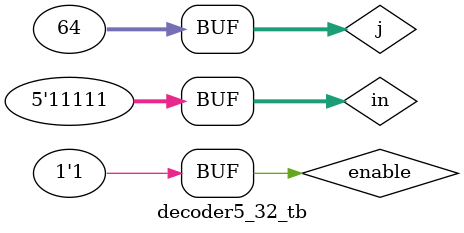
<source format=sv>
module decoder5_32(in, out, enable);
	input logic [4:0] in; input logic enable;
	output logic [31:0] out;
	logic a, b;
	
	decoder4_16 dec1(.in(in[3:0]), .out(out[15:0]), .enable(a));
	decoder4_16 dec2(.in(in[3:0]), .out(out[31:16]), .enable(b));
	decoder1_2 dec3(.in(in[4]), .out({b, a}), .enable);
	
endmodule

module decoder5_32_tb();
	logic [4:0] in; logic enable; logic [31:0] out;
	
	decoder5_32 dut(.*);
	
	integer j;
	initial begin
		for(j=0; j<64; j++) begin
			{enable, in} = j;
			#10;
		end
	end
endmodule

</source>
